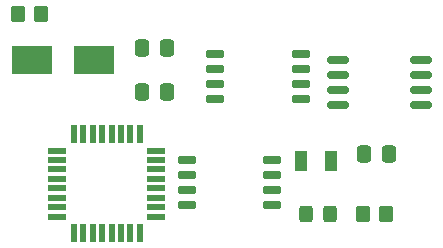
<source format=gbr>
%TF.GenerationSoftware,KiCad,Pcbnew,(6.0.1)*%
%TF.CreationDate,2022-06-05T18:06:34-04:00*%
%TF.ProjectId,PCB Design,50434220-4465-4736-9967-6e2e6b696361,v1*%
%TF.SameCoordinates,Original*%
%TF.FileFunction,Paste,Top*%
%TF.FilePolarity,Positive*%
%FSLAX46Y46*%
G04 Gerber Fmt 4.6, Leading zero omitted, Abs format (unit mm)*
G04 Created by KiCad (PCBNEW (6.0.1)) date 2022-06-05 18:06:34*
%MOMM*%
%LPD*%
G01*
G04 APERTURE LIST*
G04 Aperture macros list*
%AMRoundRect*
0 Rectangle with rounded corners*
0 $1 Rounding radius*
0 $2 $3 $4 $5 $6 $7 $8 $9 X,Y pos of 4 corners*
0 Add a 4 corners polygon primitive as box body*
4,1,4,$2,$3,$4,$5,$6,$7,$8,$9,$2,$3,0*
0 Add four circle primitives for the rounded corners*
1,1,$1+$1,$2,$3*
1,1,$1+$1,$4,$5*
1,1,$1+$1,$6,$7*
1,1,$1+$1,$8,$9*
0 Add four rect primitives between the rounded corners*
20,1,$1+$1,$2,$3,$4,$5,0*
20,1,$1+$1,$4,$5,$6,$7,0*
20,1,$1+$1,$6,$7,$8,$9,0*
20,1,$1+$1,$8,$9,$2,$3,0*%
G04 Aperture macros list end*
%ADD10RoundRect,0.250000X-0.337500X-0.475000X0.337500X-0.475000X0.337500X0.475000X-0.337500X0.475000X0*%
%ADD11RoundRect,0.150000X-0.650000X-0.150000X0.650000X-0.150000X0.650000X0.150000X-0.650000X0.150000X0*%
%ADD12R,3.500000X2.400000*%
%ADD13RoundRect,0.150000X-0.800000X-0.150000X0.800000X-0.150000X0.800000X0.150000X-0.800000X0.150000X0*%
%ADD14RoundRect,0.250000X-0.325000X-0.450000X0.325000X-0.450000X0.325000X0.450000X-0.325000X0.450000X0*%
%ADD15R,1.000000X1.800000*%
%ADD16RoundRect,0.250000X0.350000X0.450000X-0.350000X0.450000X-0.350000X-0.450000X0.350000X-0.450000X0*%
%ADD17R,1.500000X0.550000*%
%ADD18R,0.550000X1.500000*%
%ADD19RoundRect,0.250000X-0.350000X-0.450000X0.350000X-0.450000X0.350000X0.450000X-0.350000X0.450000X0*%
G04 APERTURE END LIST*
D10*
%TO.C,C1*%
X88162500Y-107800000D03*
X90237500Y-107800000D03*
%TD*%
D11*
%TO.C,U2*%
X91900000Y-117245000D03*
X91900000Y-118515000D03*
X91900000Y-119785000D03*
X91900000Y-121055000D03*
X99100000Y-121055000D03*
X99100000Y-119785000D03*
X99100000Y-118515000D03*
X99100000Y-117245000D03*
%TD*%
D12*
%TO.C,Y2*%
X78850000Y-108750000D03*
X84050000Y-108750000D03*
%TD*%
D13*
%TO.C,U3*%
X104750000Y-108795000D03*
X104750000Y-110065000D03*
X104750000Y-111335000D03*
X104750000Y-112605000D03*
X111750000Y-112605000D03*
X111750000Y-111335000D03*
X111750000Y-110065000D03*
X111750000Y-108795000D03*
%TD*%
D10*
%TO.C,C2*%
X88162500Y-111500000D03*
X90237500Y-111500000D03*
%TD*%
D11*
%TO.C,U1*%
X94350000Y-108245000D03*
X94350000Y-109515000D03*
X94350000Y-110785000D03*
X94350000Y-112055000D03*
X101550000Y-112055000D03*
X101550000Y-110785000D03*
X101550000Y-109515000D03*
X101550000Y-108245000D03*
%TD*%
D14*
%TO.C,D1*%
X102030000Y-121845000D03*
X104080000Y-121845000D03*
%TD*%
D10*
%TO.C,C3*%
X106962500Y-116750000D03*
X109037500Y-116750000D03*
%TD*%
D15*
%TO.C,Y1*%
X101600000Y-117300000D03*
X104100000Y-117300000D03*
%TD*%
D16*
%TO.C,R2*%
X79600000Y-104900000D03*
X77600000Y-104900000D03*
%TD*%
D17*
%TO.C,U4*%
X80950000Y-116450000D03*
X80950000Y-117250000D03*
X80950000Y-118050000D03*
X80950000Y-118850000D03*
X80950000Y-119650000D03*
X80950000Y-120450000D03*
X80950000Y-121250000D03*
X80950000Y-122050000D03*
D18*
X82350000Y-123450000D03*
X83150000Y-123450000D03*
X83950000Y-123450000D03*
X84750000Y-123450000D03*
X85550000Y-123450000D03*
X86350000Y-123450000D03*
X87150000Y-123450000D03*
X87950000Y-123450000D03*
D17*
X89350000Y-122050000D03*
X89350000Y-121250000D03*
X89350000Y-120450000D03*
X89350000Y-119650000D03*
X89350000Y-118850000D03*
X89350000Y-118050000D03*
X89350000Y-117250000D03*
X89350000Y-116450000D03*
D18*
X87950000Y-115050000D03*
X87150000Y-115050000D03*
X86350000Y-115050000D03*
X85550000Y-115050000D03*
X84750000Y-115050000D03*
X83950000Y-115050000D03*
X83150000Y-115050000D03*
X82350000Y-115050000D03*
%TD*%
D19*
%TO.C,R1*%
X106800000Y-121800000D03*
X108800000Y-121800000D03*
%TD*%
M02*

</source>
